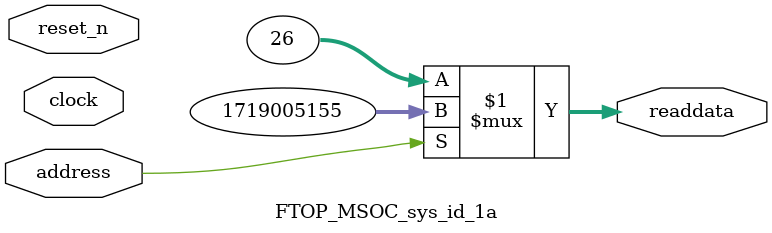
<source format=v>



// synthesis translate_off
`timescale 1ns / 1ps
// synthesis translate_on

// turn off superfluous verilog processor warnings 
// altera message_level Level1 
// altera message_off 10034 10035 10036 10037 10230 10240 10030 

module FTOP_MSOC_sys_id_1a (
               // inputs:
                address,
                clock,
                reset_n,

               // outputs:
                readdata
             )
;

  output  [ 31: 0] readdata;
  input            address;
  input            clock;
  input            reset_n;

  wire    [ 31: 0] readdata;
  //control_slave, which is an e_avalon_slave
  assign readdata = address ? 1719005155 : 26;

endmodule



</source>
